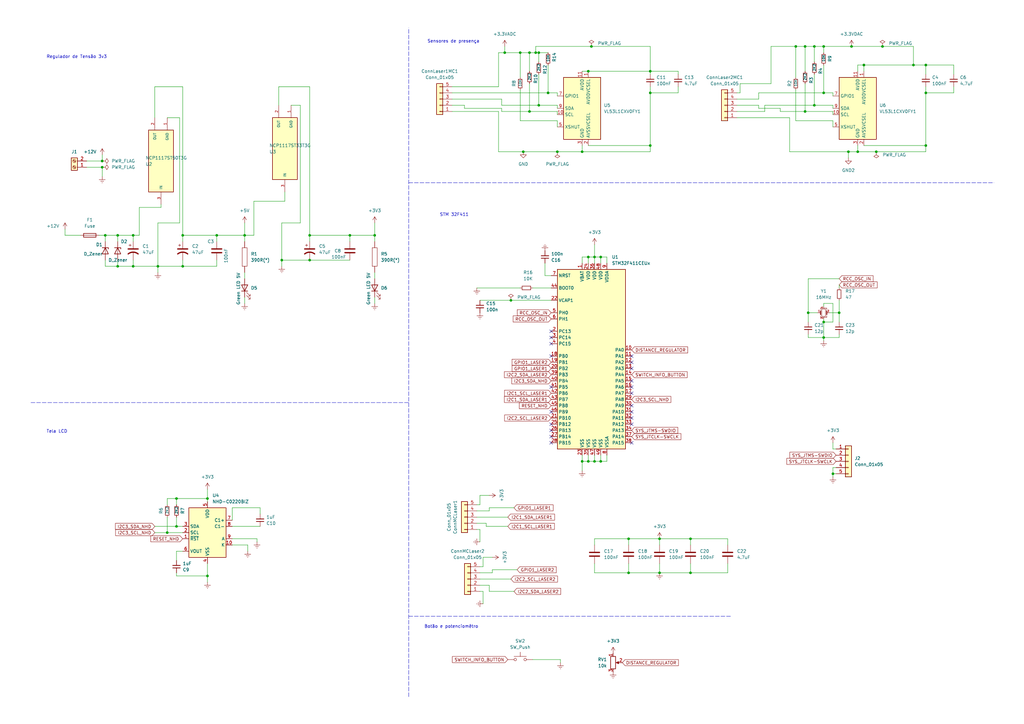
<source format=kicad_sch>
(kicad_sch (version 20211123) (generator eeschema)
  (paper "A3")
  (title_block (title "SRR Sistema de Radar Regulável") (comment 3 "Marcus Vinicius Oliveira Nunes") (comment 4 "Mateus Flausino de Araujo") (comment 5 "Alunos"))
  (junction (at 241.3 189.23))
  (junction (at 242.57 19.05))
  (junction (at 349.25 19.05))
  (junction (at 354.33 26.67))
  (junction (at 351.79 62.23))
  (junction (at 209.55 123.19))
  (junction (at 220.98 43.18))
  (junction (at 359.41 62.23))
  (junction (at 127 96.52))
  (junction (at 213.36 21.59))
  (junction (at 238.76 189.23))
  (junction (at 54.61 96.52))
  (junction (at 85.09 236.22))
  (junction (at 341.63 194.31))
  (junction (at 283.21 220.98))
  (junction (at 266.7 38.1))
  (junction (at 88.9 96.52))
  (junction (at 379.73 26.67))
  (junction (at 41.91 68.58))
  (junction (at 344.17 128.27))
  (junction (at 379.73 38.1))
  (junction (at 54.61 109.22))
  (junction (at 347.98 62.23))
  (junction (at 337.82 138.43))
  (junction (at 74.93 109.22))
  (junction (at 224.79 38.1))
  (junction (at 243.84 105.41))
  (junction (at 143.51 96.52))
  (junction (at 243.84 189.23))
  (junction (at 214.63 62.23))
  (junction (at 246.38 105.41))
  (junction (at 266.7 59.69))
  (junction (at 330.2 45.72))
  (junction (at 72.39 204.47))
  (junction (at 334.01 43.18))
  (junction (at 207.01 21.59))
  (junction (at 217.17 21.59))
  (junction (at 337.82 132.08))
  (junction (at 283.21 234.95))
  (junction (at 241.3 105.41))
  (junction (at 337.82 19.05))
  (junction (at 326.39 19.05))
  (junction (at 379.73 59.69))
  (junction (at 72.39 215.9))
  (junction (at 246.38 189.23))
  (junction (at 257.81 234.95))
  (junction (at 334.01 19.05))
  (junction (at 228.6 62.23))
  (junction (at 238.76 62.23))
  (junction (at 337.82 38.1))
  (junction (at 266.7 29.21))
  (junction (at 153.67 96.52))
  (junction (at 374.65 26.67))
  (junction (at 68.58 218.44))
  (junction (at 270.51 220.98))
  (junction (at 43.18 96.52))
  (junction (at 64.77 109.22))
  (junction (at 361.95 19.05))
  (junction (at 331.47 128.27))
  (junction (at 41.91 66.04))
  (junction (at 257.81 220.98))
  (junction (at 48.26 109.22))
  (junction (at 270.51 234.95))
  (junction (at 115.57 106.68))
  (junction (at 74.93 96.52))
  (junction (at 219.71 21.59))
  (junction (at 220.98 21.59))
  (junction (at 241.3 29.21))
  (junction (at 48.26 96.52))
  (junction (at 127 106.68))
  (junction (at 85.09 204.47))
  (junction (at 330.2 19.05))
  (junction (at 100.33 96.52))
  (junction (at 217.17 45.72))
  (no_connect (at 226.06 168.91))
  (no_connect (at 226.06 135.89))
  (no_connect (at 226.06 138.43))
  (no_connect (at 226.06 140.97))
  (no_connect (at 259.08 156.21))
  (no_connect (at 259.08 158.75))
  (no_connect (at 259.08 161.29))
  (no_connect (at 259.08 181.61))
  (no_connect (at 259.08 173.99))
  (no_connect (at 226.06 181.61))
  (no_connect (at 226.06 176.53))
  (no_connect (at 226.06 173.99))
  (no_connect (at 226.06 179.07))
  (no_connect (at 259.08 168.91))
  (no_connect (at 259.08 166.37))
  (no_connect (at 259.08 171.45))
  (no_connect (at 259.08 146.05))
  (no_connect (at 226.06 146.05))
  (no_connect (at 259.08 151.13))
  (no_connect (at 259.08 148.59))
  (no_connect (at 226.06 158.75))
  (wire (pts (xy 57.15 85.09) (xy 57.15 96.52)))
  (wire (pts (xy 334.01 43.18) (xy 313.69 43.18)))
  (wire (pts (xy 143.51 99.06) (xy 143.51 96.52)))
  (wire (pts (xy 57.15 96.52) (xy 54.61 96.52)))
  (wire (pts (xy 228.6 38.1) (xy 224.79 38.1)))
  (wire (pts (xy 361.95 19.05) (xy 374.65 19.05)))
  (wire (pts (xy 119.38 43.18) (xy 123.19 43.18)))
  (wire (pts (xy 334.01 43.18) (xy 341.63 43.18)))
  (wire (pts (xy 278.13 38.1) (xy 266.7 38.1)))
  (wire (pts (xy 68.58 48.26) (xy 73.66 48.26)))
  (wire (pts (xy 213.36 21.59) (xy 213.36 31.75)))
  (wire (pts (xy 95.25 215.9) (xy 106.68 215.9)))
  (wire (pts (xy 196.85 123.19) (xy 209.55 123.19)))
  (wire (pts (xy 74.93 96.52) (xy 74.93 99.06)))
  (wire (pts (xy 43.18 96.52) (xy 43.18 99.06)))
  (wire (pts (xy 241.3 189.23) (xy 238.76 189.23)))
  (wire (pts (xy 220.98 30.48) (xy 220.98 43.18)))
  (wire (pts (xy 337.82 138.43) (xy 337.82 139.7)))
  (wire (pts (xy 330.2 19.05) (xy 330.2 29.21)))
  (wire (pts (xy 204.47 62.23) (xy 214.63 62.23)))
  (wire (pts (xy 64.77 91.44) (xy 64.77 109.22)))
  (wire (pts (xy 226.06 113.03) (xy 223.52 113.03)))
  (wire (pts (xy 185.42 38.1) (xy 224.79 38.1)))
  (wire (pts (xy 243.84 105.41) (xy 241.3 105.41)))
  (wire (pts (xy 326.39 19.05) (xy 326.39 31.75)))
  (wire (pts (xy 153.67 121.92) (xy 153.67 124.46)))
  (wire (pts (xy 123.19 43.18) (xy 123.19 91.44)))
  (wire (pts (xy 104.14 82.55) (xy 116.84 82.55)))
  (wire (pts (xy 200.66 242.57) (xy 210.82 242.57)))
  (wire (pts (xy 347.98 62.23) (xy 351.79 62.23)))
  (wire (pts (xy 334.01 19.05) (xy 337.82 19.05)))
  (wire (pts (xy 201.93 234.95) (xy 196.85 234.95)))
  (wire (pts (xy 337.82 130.81) (xy 337.82 132.08)))
  (wire (pts (xy 41.91 66.04) (xy 35.56 66.04)))
  (wire (pts (xy 198.12 242.57) (xy 196.85 242.57)))
  (wire (pts (xy 223.52 113.03) (xy 223.52 107.95)))
  (wire (pts (xy 153.67 96.52) (xy 143.51 96.52)))
  (wire (pts (xy 311.15 40.64) (xy 311.15 38.1)))
  (wire (pts (xy 283.21 220.98) (xy 283.21 223.52)))
  (wire (pts (xy 316.23 34.29) (xy 316.23 19.05)))
  (wire (pts (xy 313.69 45.72) (xy 302.26 45.72)))
  (wire (pts (xy 100.33 96.52) (xy 88.9 96.52)))
  (wire (pts (xy 379.73 26.67) (xy 391.16 26.67)))
  (wire (pts (xy 127 106.68) (xy 143.51 106.68)))
  (wire (pts (xy 54.61 109.22) (xy 64.77 109.22)))
  (wire (pts (xy 105.41 220.98) (xy 105.41 222.25)))
  (wire (pts (xy 283.21 220.98) (xy 298.45 220.98)))
  (wire (pts (xy 116.84 82.55) (xy 116.84 78.74)))
  (wire (pts (xy 341.63 132.08) (xy 337.82 132.08)))
  (wire (pts (xy 340.36 128.27) (xy 344.17 128.27)))
  (wire (pts (xy 331.47 137.16) (xy 331.47 138.43)))
  (wire (pts (xy 143.51 96.52) (xy 127 96.52)))
  (wire (pts (xy 303.53 38.1) (xy 302.26 38.1)))
  (wire (pts (xy 323.85 62.23) (xy 347.98 62.23)))
  (wire (pts (xy 266.7 59.69) (xy 266.7 38.1)))
  (wire (pts (xy 337.82 125.73) (xy 337.82 124.46)))
  (wire (pts (xy 190.5 44.45) (xy 190.5 43.18)))
  (wire (pts (xy 43.18 109.22) (xy 48.26 109.22)))
  (wire (pts (xy 248.92 105.41) (xy 246.38 105.41)))
  (wire (pts (xy 153.67 99.06) (xy 153.67 96.52)))
  (wire (pts (xy 331.47 138.43) (xy 337.82 138.43)))
  (wire (pts (xy 354.33 26.67) (xy 354.33 29.21)))
  (wire (pts (xy 48.26 96.52) (xy 43.18 96.52)))
  (wire (pts (xy 100.33 91.44) (xy 100.33 96.52)))
  (wire (pts (xy 74.93 109.22) (xy 64.77 109.22)))
  (wire (pts (xy 379.73 38.1) (xy 379.73 35.56)))
  (wire (pts (xy 35.56 68.58) (xy 41.91 68.58)))
  (wire (pts (xy 204.47 45.72) (xy 204.47 62.23)))
  (wire (pts (xy 391.16 38.1) (xy 379.73 38.1)))
  (wire (pts (xy 205.74 43.18) (xy 205.74 40.64)))
  (wire (pts (xy 218.44 270.51) (xy 229.87 270.51)))
  (wire (pts (xy 303.53 34.29) (xy 303.53 38.1)))
  (wire (pts (xy 320.04 44.45) (xy 320.04 45.72)))
  (wire (pts (xy 204.47 21.59) (xy 204.47 35.56)))
  (wire (pts (xy 123.19 91.44) (xy 115.57 91.44)))
  (wire (pts (xy 88.9 109.22) (xy 74.93 109.22)))
  (wire (pts (xy 200.66 240.03) (xy 196.85 240.03)))
  (wire (pts (xy 266.7 29.21) (xy 266.7 30.48)))
  (wire (pts (xy 228.6 62.23) (xy 238.76 62.23)))
  (wire (pts (xy 115.57 106.68) (xy 127 106.68)))
  (wire (pts (xy 351.79 26.67) (xy 351.79 29.21)))
  (wire (pts (xy 342.9 191.77) (xy 341.63 191.77)))
  (wire (pts (xy 41.91 66.04) (xy 41.91 63.5)))
  (wire (pts (xy 213.36 21.59) (xy 217.17 21.59)))
  (wire (pts (xy 330.2 19.05) (xy 334.01 19.05)))
  (wire (pts (xy 337.82 19.05) (xy 349.25 19.05)))
  (wire (pts (xy 68.58 207.01) (xy 68.58 204.47)))
  (wire (pts (xy 341.63 38.1) (xy 337.82 38.1)))
  (wire (pts (xy 54.61 96.52) (xy 54.61 99.06)))
  (wire (pts (xy 341.63 184.15) (xy 342.9 184.15)))
  (wire (pts (xy 374.65 19.05) (xy 374.65 26.67)))
  (wire (pts (xy 241.3 107.95) (xy 241.3 105.41)))
  (wire (pts (xy 303.53 34.29) (xy 316.23 34.29)))
  (wire (pts (xy 73.66 48.26) (xy 73.66 91.44)))
  (wire (pts (xy 201.93 228.6) (xy 198.12 228.6)))
  (wire (pts (xy 100.33 111.76) (xy 100.33 114.3)))
  (wire (pts (xy 337.82 26.67) (xy 337.82 38.1)))
  (wire (pts (xy 302.26 40.64) (xy 311.15 40.64)))
  (wire (pts (xy 243.84 100.33) (xy 243.84 105.41)))
  (wire (pts (xy 201.93 233.68) (xy 201.93 234.95)))
  (wire (pts (xy 26.67 93.98) (xy 26.67 96.52)))
  (wire (pts (xy 196.85 237.49) (xy 209.55 237.49)))
  (polyline (pts (xy 12.7 165.1) (xy 167.64 165.1)))
  (wire (pts (xy 341.63 52.07) (xy 341.63 49.53)))
  (wire (pts (xy 219.71 19.05) (xy 219.71 21.59)))
  (wire (pts (xy 334.01 19.05) (xy 334.01 25.4)))
  (wire (pts (xy 213.36 36.83) (xy 213.36 49.53)))
  (wire (pts (xy 224.79 26.67) (xy 224.79 38.1)))
  (wire (pts (xy 72.39 204.47) (xy 85.09 204.47)))
  (wire (pts (xy 311.15 44.45) (xy 320.04 44.45)))
  (wire (pts (xy 238.76 62.23) (xy 266.7 62.23)))
  (wire (pts (xy 320.04 45.72) (xy 330.2 45.72)))
  (wire (pts (xy 238.76 107.95) (xy 238.76 105.41)))
  (wire (pts (xy 246.38 107.95) (xy 246.38 105.41)))
  (wire (pts (xy 351.79 62.23) (xy 359.41 62.23)))
  (wire (pts (xy 246.38 189.23) (xy 243.84 189.23)))
  (wire (pts (xy 330.2 34.29) (xy 330.2 45.72)))
  (wire (pts (xy 72.39 207.01) (xy 72.39 204.47)))
  (wire (pts (xy 313.69 43.18) (xy 313.69 45.72)))
  (wire (pts (xy 54.61 106.68) (xy 54.61 109.22)))
  (wire (pts (xy 341.63 124.46) (xy 341.63 132.08)))
  (wire (pts (xy 341.63 49.53) (xy 326.39 49.53)))
  (wire (pts (xy 74.93 218.44) (xy 68.58 218.44)))
  (wire (pts (xy 238.76 189.23) (xy 238.76 186.69)))
  (wire (pts (xy 241.3 29.21) (xy 266.7 29.21)))
  (wire (pts (xy 344.17 123.19) (xy 344.17 128.27)))
  (wire (pts (xy 100.33 121.92) (xy 100.33 124.46)))
  (wire (pts (xy 200.66 203.2) (xy 196.85 203.2)))
  (wire (pts (xy 243.84 186.69) (xy 243.84 189.23)))
  (wire (pts (xy 347.98 64.77) (xy 347.98 62.23)))
  (wire (pts (xy 72.39 236.22) (xy 85.09 236.22)))
  (wire (pts (xy 85.09 231.14) (xy 85.09 236.22)))
  (wire (pts (xy 391.16 26.67) (xy 391.16 30.48)))
  (wire (pts (xy 196.85 207.01) (xy 195.58 207.01)))
  (wire (pts (xy 190.5 43.18) (xy 185.42 43.18)))
  (wire (pts (xy 266.7 62.23) (xy 266.7 59.69)))
  (wire (pts (xy 229.87 270.51) (xy 229.87 271.78)))
  (wire (pts (xy 95.25 220.98) (xy 105.41 220.98)))
  (wire (pts (xy 243.84 220.98) (xy 257.81 220.98)))
  (wire (pts (xy 243.84 223.52) (xy 243.84 220.98)))
  (wire (pts (xy 311.15 43.18) (xy 311.15 44.45)))
  (wire (pts (xy 217.17 45.72) (xy 228.6 45.72)))
  (wire (pts (xy 213.36 21.59) (xy 207.01 21.59)))
  (wire (pts (xy 100.33 96.52) (xy 104.14 96.52)))
  (wire (pts (xy 114.3 35.56) (xy 114.3 43.18)))
  (wire (pts (xy 217.17 21.59) (xy 219.71 21.59)))
  (wire (pts (xy 74.93 106.68) (xy 74.93 109.22)))
  (wire (pts (xy 127 96.52) (xy 127 99.06)))
  (wire (pts (xy 198.12 228.6) (xy 198.12 232.41)))
  (polyline (pts (xy 167.64 74.93) (xy 407.67 74.93)))
  (wire (pts (xy 63.5 48.26) (xy 63.5 35.56)))
  (wire (pts (xy 115.57 91.44) (xy 115.57 106.68)))
  (wire (pts (xy 228.6 49.53) (xy 213.36 49.53)))
  (wire (pts (xy 270.51 234.95) (xy 283.21 234.95)))
  (wire (pts (xy 198.12 232.41) (xy 196.85 232.41)))
  (wire (pts (xy 278.13 35.56) (xy 278.13 38.1)))
  (wire (pts (xy 330.2 45.72) (xy 341.63 45.72)))
  (wire (pts (xy 205.74 40.64) (xy 185.42 40.64)))
  (wire (pts (xy 106.68 208.28) (xy 106.68 210.82)))
  (wire (pts (xy 85.09 204.47) (xy 85.09 205.74)))
  (wire (pts (xy 104.14 82.55) (xy 104.14 96.52)))
  (wire (pts (xy 311.15 38.1) (xy 337.82 38.1)))
  (wire (pts (xy 220.98 21.59) (xy 224.79 21.59)))
  (wire (pts (xy 101.6 226.06) (xy 101.6 223.52)))
  (wire (pts (xy 341.63 46.99) (xy 341.63 45.72)))
  (wire (pts (xy 200.66 240.03) (xy 200.66 242.57)))
  (wire (pts (xy 335.28 128.27) (xy 331.47 128.27)))
  (wire (pts (xy 354.33 26.67) (xy 374.65 26.67)))
  (wire (pts (xy 208.28 212.09) (xy 195.58 212.09)))
  (wire (pts (xy 341.63 191.77) (xy 341.63 194.31)))
  (wire (pts (xy 219.71 21.59) (xy 220.98 21.59)))
  (wire (pts (xy 283.21 234.95) (xy 298.45 234.95)))
  (wire (pts (xy 379.73 59.69) (xy 379.73 38.1)))
  (wire (pts (xy 241.3 105.41) (xy 238.76 105.41)))
  (wire (pts (xy 337.82 19.05) (xy 337.82 21.59)))
  (wire (pts (xy 200.66 208.28) (xy 200.66 209.55)))
  (wire (pts (xy 359.41 62.23) (xy 379.73 62.23)))
  (wire (pts (xy 316.23 19.05) (xy 326.39 19.05)))
  (wire (pts (xy 205.74 45.72) (xy 217.17 45.72)))
  (wire (pts (xy 205.74 45.72) (xy 205.74 44.45)))
  (wire (pts (xy 266.7 29.21) (xy 278.13 29.21)))
  (wire (pts (xy 238.76 59.69) (xy 238.76 62.23)))
  (wire (pts (xy 331.47 128.27) (xy 331.47 132.08)))
  (wire (pts (xy 48.26 109.22) (xy 54.61 109.22)))
  (wire (pts (xy 73.66 91.44) (xy 64.77 91.44)))
  (wire (pts (xy 248.92 189.23) (xy 246.38 189.23)))
  (wire (pts (xy 238.76 29.21) (xy 241.3 29.21)))
  (wire (pts (xy 228.6 52.07) (xy 228.6 49.53)))
  (wire (pts (xy 334.01 30.48) (xy 334.01 43.18)))
  (wire (pts (xy 238.76 193.04) (xy 238.76 189.23)))
  (wire (pts (xy 127 35.56) (xy 127 96.52)))
  (wire (pts (xy 243.84 231.14) (xy 243.84 234.95)))
  (wire (pts (xy 195.58 118.11) (xy 213.36 118.11)))
  (wire (pts (xy 302.26 43.18) (xy 311.15 43.18)))
  (wire (pts (xy 302.26 48.26) (xy 323.85 48.26)))
  (wire (pts (xy 74.93 35.56) (xy 74.93 96.52)))
  (wire (pts (xy 270.51 223.52) (xy 270.51 220.98)))
  (wire (pts (xy 248.92 186.69) (xy 248.92 189.23)))
  (wire (pts (xy 379.73 26.67) (xy 379.73 30.48)))
  (wire (pts (xy 64.77 109.22) (xy 64.77 111.76)))
  (wire (pts (xy 351.79 26.67) (xy 354.33 26.67)))
  (wire (pts (xy 217.17 34.29) (xy 217.17 45.72)))
  (wire (pts (xy 220.98 43.18) (xy 205.74 43.18)))
  (wire (pts (xy 219.71 19.05) (xy 242.57 19.05)))
  (wire (pts (xy 66.04 85.09) (xy 66.04 83.82)))
  (wire (pts (xy 323.85 48.26) (xy 323.85 62.23)))
  (wire (pts (xy 351.79 59.69) (xy 351.79 62.23)))
  (wire (pts (xy 72.39 215.9) (xy 72.39 212.09)))
  (wire (pts (xy 266.7 38.1) (xy 266.7 35.56)))
  (wire (pts (xy 200.66 209.55) (xy 195.58 209.55)))
  (wire (pts (xy 72.39 236.22) (xy 72.39 234.95)))
  (wire (pts (xy 74.93 215.9) (xy 72.39 215.9)))
  (polyline (pts (xy 167.64 252.73) (xy 299.72 252.73)))
  (wire (pts (xy 257.81 223.52) (xy 257.81 220.98)))
  (wire (pts (xy 220.98 21.59) (xy 220.98 25.4)))
  (wire (pts (xy 326.39 36.83) (xy 326.39 49.53)))
  (wire (pts (xy 114.3 35.56) (xy 127 35.56)))
  (wire (pts (xy 344.17 116.84) (xy 344.17 118.11)))
  (wire (pts (xy 341.63 194.31) (xy 341.63 195.58)))
  (wire (pts (xy 115.57 106.68) (xy 115.57 109.22)))
  (wire (pts (xy 217.17 21.59) (xy 217.17 29.21)))
  (wire (pts (xy 337.82 132.08) (xy 337.82 138.43)))
  (wire (pts (xy 228.6 46.99) (xy 228.6 45.72)))
  (wire (pts (xy 257.81 220.98) (xy 270.51 220.98)))
  (wire (pts (xy 201.93 233.68) (xy 212.09 233.68)))
  (wire (pts (xy 354.33 59.69) (xy 379.73 59.69)))
  (wire (pts (xy 214.63 62.23) (xy 228.6 62.23)))
  (wire (pts (xy 326.39 19.05) (xy 330.2 19.05)))
  (wire (pts (xy 242.57 19.05) (xy 266.7 19.05)))
  (wire (pts (xy 341.63 39.37) (xy 341.63 38.1)))
  (wire (pts (xy 57.15 85.09) (xy 66.04 85.09)))
  (wire (pts (xy 278.13 29.21) (xy 278.13 30.48)))
  (wire (pts (xy 88.9 96.52) (xy 74.93 96.52)))
  (wire (pts (xy 243.84 105.41) (xy 246.38 105.41)))
  (wire (pts (xy 243.84 189.23) (xy 241.3 189.23)))
  (wire (pts (xy 48.26 96.52) (xy 48.26 99.06)))
  (wire (pts (xy 199.39 215.9) (xy 199.39 214.63)))
  (wire (pts (xy 207.01 19.05) (xy 207.01 21.59)))
  (wire (pts (xy 63.5 35.56) (xy 74.93 35.56)))
  (wire (pts (xy 218.44 118.11) (xy 226.06 118.11)))
  (wire (pts (xy 283.21 231.14) (xy 283.21 234.95)))
  (wire (pts (xy 344.17 138.43) (xy 344.17 137.16)))
  (wire (pts (xy 337.82 138.43) (xy 344.17 138.43)))
  (polyline (pts (xy 167.64 285.75) (xy 167.64 11.43)))
  (wire (pts (xy 196.85 217.17) (xy 195.58 217.17)))
  (wire (pts (xy 344.17 128.27) (xy 344.17 132.08)))
  (wire (pts (xy 208.28 215.9) (xy 199.39 215.9)))
  (wire (pts (xy 101.6 223.52) (xy 95.25 223.52)))
  (wire (pts (xy 153.67 111.76) (xy 153.67 114.3)))
  (wire (pts (xy 391.16 35.56) (xy 391.16 38.1)))
  (wire (pts (xy 257.81 231.14) (xy 257.81 234.95)))
  (wire (pts (xy 243.84 107.95) (xy 243.84 105.41)))
  (wire (pts (xy 198.12 247.65) (xy 198.12 242.57)))
  (wire (pts (xy 199.39 214.63) (xy 195.58 214.63)))
  (wire (pts (xy 85.09 200.66) (xy 85.09 204.47)))
  (wire (pts (xy 342.9 194.31) (xy 341.63 194.31)))
  (wire (pts (xy 257.81 234.95) (xy 270.51 234.95)))
  (wire (pts (xy 196.85 222.25) (xy 196.85 217.17)))
  (wire (pts (xy 341.63 181.61) (xy 341.63 184.15)))
  (wire (pts (xy 185.42 45.72) (xy 204.47 45.72)))
  (wire (pts (xy 266.7 19.05) (xy 266.7 29.21)))
  (wire (pts (xy 220.98 43.18) (xy 228.6 43.18)))
  (wire (pts (xy 153.67 91.44) (xy 153.67 96.52)))
  (wire (pts (xy 88.9 99.06) (xy 88.9 96.52)))
  (wire (pts (xy 85.09 236.22) (xy 85.09 238.76)))
  (wire (pts (xy 88.9 106.68) (xy 88.9 109.22)))
  (wire (pts (xy 204.47 35.56) (xy 185.42 35.56)))
  (wire (pts (xy 337.82 124.46) (xy 341.63 124.46)))
  (wire (pts (xy 68.58 218.44) (xy 68.58 212.09)))
  (wire (pts (xy 228.6 39.37) (xy 228.6 38.1)))
  (wire (pts (xy 241.3 186.69) (xy 241.3 189.23)))
  (wire (pts (xy 68.58 204.47) (xy 72.39 204.47)))
  (wire (pts (xy 95.25 208.28) (xy 95.25 213.36)))
  (wire (pts (xy 54.61 96.52) (xy 48.26 96.52)))
  (wire (pts (xy 63.5 215.9) (xy 72.39 215.9)))
  (wire (pts (xy 196.85 203.2) (xy 196.85 207.01)))
  (wire (pts (xy 246.38 186.69) (xy 246.38 189.23)))
  (wire (pts (xy 200.66 208.28) (xy 210.82 208.28)))
  (wire (pts (xy 43.18 96.52) (xy 40.64 96.52)))
  (wire (pts (xy 243.84 234.95) (xy 257.81 234.95)))
  (wire (pts (xy 43.18 106.68) (xy 43.18 109.22)))
  (wire (pts (xy 241.3 59.69) (xy 266.7 59.69)))
  (wire (pts (xy 209.55 123.19) (xy 226.06 123.19)))
  (wire (pts (xy 270.51 220.98) (xy 283.21 220.98)))
  (wire (pts (xy 26.67 96.52) (xy 33.02 96.52)))
  (wire (pts (xy 100.33 99.06) (xy 100.33 96.52)))
  (wire (pts (xy 298.45 231.14) (xy 298.45 234.95)))
  (wire (pts (xy 63.5 218.44) (xy 68.58 218.44)))
  (wire (pts (xy 207.01 21.59) (xy 204.47 21.59)))
  (wire (pts (xy 205.74 44.45) (xy 190.5 44.45)))
  (wire (pts (xy 228.6 44.45) (xy 228.6 43.18)))
  (wire (pts (xy 298.45 220.98) (xy 298.45 223.52)))
  (wire (pts (xy 331.47 114.3) (xy 331.47 128.27)))
  (wire (pts (xy 344.17 114.3) (xy 331.47 114.3)))
  (wire (pts (xy 72.39 226.06) (xy 72.39 229.87)))
  (wire (pts (xy 41.91 68.58) (xy 41.91 72.39)))
  (wire (pts (xy 248.92 107.95) (xy 248.92 105.41)))
  (wire (pts (xy 48.26 106.68) (xy 48.26 109.22)))
  (wire (pts (xy 270.51 231.14) (xy 270.51 234.95)))
  (wire (pts (xy 349.25 19.05) (xy 361.95 19.05)))
  (wire (pts (xy 374.65 26.67) (xy 379.73 26.67)))
  (wire (pts (xy 74.93 226.06) (xy 72.39 226.06)))
  (wire (pts (xy 341.63 44.45) (xy 341.63 43.18)))
  (wire (pts (xy 379.73 62.23) (xy 379.73 59.69)))
  (wire (pts (xy 106.68 208.28) (xy 95.25 208.28)))
  (text "Tela LCD" (at 19.05 177.8 0) (effects (font (size 1.27 1.27)) (justify left bottom)))
  (text "Botão e potenciomêtro" (at 173.99 257.81 0) (effects (font (size 1.27 1.27)) (justify left bottom)))
  (text "Sensores de presença\n" (at 175.26 17.78 0) (effects (font (size 1.27 1.27)) (justify left bottom)))
  (text "STM 32F411\n" (at 180.34 88.9 0) (effects (font (size 1.27 1.27)) (justify left bottom)))
  (text "Regulador de Tensão 3v3" (at 19.05 24.13 0) (effects (font (size 1.27 1.27)) (justify left bottom)))
  (global_label "DISTANCE_REGULATOR" (shape input) (at 259.08 143.51 0) (property "Intersheet References" "${INTERSHEET_REFS}" (effects hide)))
  (global_label "RCC_OSC_OUT" (shape input) (at 344.17 116.84 0) (property "Intersheet References" "${INTERSHEET_REFS}" (effects hide)))
  (global_label "DISTANCE_REGULATOR" (shape input) (at 255.27 271.78 0) (property "Intersheet References" "${INTERSHEET_REFS}" (effects hide)))
  (global_label "SYS_JTMS-SWDIO" (shape input) (at 259.08 176.53 0) (property "Intersheet References" "${INTERSHEET_REFS}" (effects hide)))
  (global_label "SWITCH_INFO_BUTTON" (shape input) (at 259.08 153.67 0) (property "Intersheet References" "${INTERSHEET_REFS}" (effects hide)))
  (global_label "SYS_JTCLK-SWCLK" (shape input) (at 342.9 189.23 180) (property "Intersheet References" "${INTERSHEET_REFS}" (effects hide)))
  (global_label "I2C1_SDA_LASER1" (shape input) (at 208.28 212.09 0) (property "Intersheet References" "${INTERSHEET_REFS}" (effects hide)))
  (global_label "GPIO1_LASER2" (shape input) (at 226.06 148.59 180) (property "Intersheet References" "${INTERSHEET_REFS}" (effects hide)))
  (global_label "I2C3_SCL_NHD" (shape input) (at 63.5 218.44 180) (property "Intersheet References" "${INTERSHEET_REFS}" (effects hide)))
  (global_label "SWITCH_INFO_BUTTON" (shape input) (at 208.28 270.51 180) (property "Intersheet References" "${INTERSHEET_REFS}" (effects hide)))
  (global_label "RCC_OSC_IN" (shape input) (at 344.17 114.3 0) (property "Intersheet References" "${INTERSHEET_REFS}" (effects hide)))
  (global_label "GPIO1_LASER1" (shape input) (at 226.06 151.13 180) (property "Intersheet References" "${INTERSHEET_REFS}" (effects hide)))
  (global_label "SYS_JTCLK-SWCLK" (shape input) (at 259.08 179.07 0) (property "Intersheet References" "${INTERSHEET_REFS}" (effects hide)))
  (global_label "I2C3_SDA_NHD" (shape input) (at 226.06 156.21 180) (property "Intersheet References" "${INTERSHEET_REFS}" (effects hide)))
  (global_label "RESET_NHD" (shape input) (at 74.93 220.98 180) (property "Intersheet References" "${INTERSHEET_REFS}" (effects hide)))
  (global_label "I2C2_SCL_LASER2" (shape input) (at 226.06 171.45 180) (property "Intersheet References" "${INTERSHEET_REFS}" (effects hide)))
  (global_label "I2C2_SDA_LASER2" (shape input) (at 210.82 242.57 0) (property "Intersheet References" "${INTERSHEET_REFS}" (effects hide)))
  (global_label "RCC_OSC_OUT" (shape input) (at 226.06 130.81 180) (property "Intersheet References" "${INTERSHEET_REFS}" (effects hide)))
  (global_label "I2C1_SCL_LASER1" (shape input) (at 226.06 161.29 180) (property "Intersheet References" "${INTERSHEET_REFS}" (effects hide)))
  (global_label "I2C2_SCL_LASER2" (shape input) (at 209.55 237.49 0) (property "Intersheet References" "${INTERSHEET_REFS}" (effects hide)))
  (global_label "I2C1_SDA_LASER1" (shape input) (at 226.06 163.83 180) (property "Intersheet References" "${INTERSHEET_REFS}" (effects hide)))
  (global_label "RESET_NHD" (shape input) (at 226.06 166.37 180) (property "Intersheet References" "${INTERSHEET_REFS}" (effects hide)))
  (global_label "SYS_JTMS-SWDIO" (shape input) (at 342.9 186.69 180) (property "Intersheet References" "${INTERSHEET_REFS}" (effects hide)))
  (global_label "GPIO1_LASER2" (shape input) (at 212.09 233.68 0) (property "Intersheet References" "${INTERSHEET_REFS}" (effects hide)))
  (global_label "RCC_OSC_IN" (shape input) (at 226.06 128.27 180) (property "Intersheet References" "${INTERSHEET_REFS}" (effects hide)))
  (global_label "I2C3_SDA_NHD" (shape input) (at 63.5 215.9 180) (property "Intersheet References" "${INTERSHEET_REFS}" (effects hide)))
  (global_label "I2C2_SDA_LASER2" (shape input) (at 226.06 153.67 180) (property "Intersheet References" "${INTERSHEET_REFS}" (effects hide)))
  (global_label "GPIO1_LASER1" (shape input) (at 210.82 208.28 0) (property "Intersheet References" "${INTERSHEET_REFS}" (effects hide)))
  (global_label "I2C1_SCL_LASER1" (shape input) (at 208.28 215.9 0) (property "Intersheet References" "${INTERSHEET_REFS}" (effects hide)))
  (global_label "I2C3_SCL_NHD" (shape input) (at 259.08 163.83 0) (property "Intersheet References" "${INTERSHEET_REFS}" (effects hide)))
  (symbol (lib_id "Device:C") (at 270.51 227.33 0) (unit 1)
    (property "Reference" "C19" (at 274.32 226.0599 0) (effects (justify left)))
    (property "Value" "100nF" (at 274.32 228.5999 0) (effects (justify left)))
    (property "Footprint" "Capacitor_SMD:C_0805_2012Metric" (effects hide))
  )
  (symbol (lib_id "Sensor_Distance:VL53L1CXV0FY1") (at 238.76 44.45 0) (unit 1)
    (property "Reference" "U5" (at 247.65 43.1799 0) (effects (justify left)))
    (property "Value" "VL53L1CXV0FY1" (at 247.65 45.7199 0) (effects (justify left)))
    (property "Footprint" "Sensor_Distance:ST_VL53L1x" (effects hide))
    (property "Datasheet" "https://www.st.com/resource/en/datasheet/vl53l1x.pdf" (effects hide))
  )
  (symbol (lib_id "Device:D_Zener") (at 43.18 102.87 270) (unit 1)
    (property "Reference" "D1" (at 39.37 100.33 90) (effects (justify left)))
    (property "Value" "D_Zener" (at 34.29 104.14 90) (effects (justify left)))
    (property "Footprint" "Diode_SMD:D_0805_2012Metric" (effects hide))
  )
  (symbol (lib_id "power:GND2") (at 347.98 64.77 0) (unit 1)
    (property "Reference" "#PWR05" (effects hide))
    (property "Value" "GND2" (at 347.98 69.85 0))
  )
  (symbol (lib_id "power:+12V") (at 41.91 63.5 0) (unit 1)
    (property "Reference" "#PWR03" (effects hide))
    (property "Value" "+12V" (at 34.29 62.23 0) (effects (justify left)))
  )
  (symbol (lib_id "pspice:R") (at 100.33 105.41 0) (unit 1)
    (property "Reference" "R1" (at 102.87 104.1399 0) (effects (justify left)))
    (property "Value" "390R(*)" (at 102.87 106.6799 0) (effects (justify left)))
    (property "Footprint" "Resistor_SMD:R_0805_2012Metric" (effects hide))
  )
  (symbol (lib_id "Device:C") (at 257.81 227.33 0) (unit 1)
    (property "Reference" "C18" (at 261.62 226.0599 0) (effects (justify left)))
    (property "Value" "100nF" (at 261.62 228.5999 0) (effects (justify left)))
    (property "Footprint" "Capacitor_SMD:C_0805_2012Metric" (effects hide))
  )
  (symbol (lib_id "power:GND") (at 214.63 62.23 0) (unit 1)
    (property "Reference" "#PWR0103" (effects hide))
    (property "Value" "GND" (at 214.63 67.31 0))
  )
  (symbol (lib_id "Device:C_Small") (at 223.52 105.41 0) (mirror x) (unit 1)
    (property "Reference" "C16" (at 226.06 106.6738 0) (effects (justify left)))
    (property "Value" "100n" (at 226.06 104.1338 0) (effects (justify left)))
    (property "Footprint" "Capacitor_SMD:C_0603_1608Metric" (effects hide))
  )
  (symbol (lib_id "power:+3.3V") (at 270.51 220.98 0) (unit 1)
    (property "Reference" "#PWR0116" (effects hide))
    (property "Value" "+3.3V" (at 270.51 215.9 0))
  )
  (symbol (lib_id "power:PWR_FLAG") (at 41.91 66.04 270) (unit 1)
    (property "Reference" "#FLG01" (effects hide))
    (property "Value" "PWR_FLAG" (at 45.72 66.0399 90) (effects (justify left)))
  )
  (symbol (lib_id "Device:R_Small") (at 68.58 209.55 0) (unit 1)
    (property "Reference" "R6" (at 66.04 210.82 90) (effects (justify left)))
    (property "Value" "2K2" (at 68.58 210.82 90) (effects (font (size 1 1)) (justify left)))
    (property "Footprint" "Resistor_SMD:R_0805_2012Metric" (effects hide))
  )
  (symbol (lib_id "power:GNDREF") (at 100.33 124.46 0) (unit 1)
    (property "Reference" "#PWR0109" (effects hide))
    (property "Value" "GNDREF" (effects hide))
  )
  (symbol (lib_id "Device:C_Small") (at 344.17 134.62 0) (unit 1)
    (property "Reference" "C23" (at 346.71 133.3562 0) (effects (justify left)))
    (property "Value" "12p" (at 346.71 135.8962 0) (effects (justify left)))
    (property "Footprint" "Capacitor_SMD:C_0603_1608Metric" (effects hide))
  )
  (symbol (lib_id "Display_Character:NHD-C0220BIZ") (at 85.09 218.44 0) (unit 1)
    (property "Reference" "U4" (at 87.1094 203.2 0) (effects (justify left)))
    (property "Value" "NHD-C0220BIZ" (at 87.1094 205.74 0) (effects (justify left)))
    (property "Footprint" "Display:NHD-C0220BiZ" (effects hide))
    (property "Datasheet" "http://www.newhavendisplay.com/specs/NHD-C0220BiZ-FSW-FBW-3V3M.pdf" (effects hide))
  )
  (symbol (lib_id "power:GNDREF") (at 153.67 124.46 0) (unit 1)
    (property "Reference" "#PWR0107" (effects hide))
    (property "Value" "GNDREF" (effects hide))
  )
  (symbol (lib_id "power:GNDREF") (at 238.76 193.04 0) (unit 1)
    (property "Reference" "#PWR0118" (effects hide))
    (property "Value" "GNDREF" (effects hide))
  )
  (symbol (lib_id "Connector_Generic:Conn_01x05") (at 190.5 212.09 180) (unit 1)
    (property "Reference" "ConnMCLaser1" (at 186.69 212.09 90))
    (property "Value" "Conn_01x05" (at 184.15 212.09 90))
    (property "Footprint" "Connector_PinHeader_2.54mm:PinHeader_1x05_P2.54mm_Vertical" (effects hide))
  )
  (symbol (lib_id "Connector:Screw_Terminal_01x02") (at 30.48 68.58 180) (unit 1)
    (property "Reference" "J1" (at 30.48 62.23 0))
    (property "Value" "Screw_Terminal_01x02" (effects hide))
    (property "Footprint" "TerminalBlock_Phoenix:TerminalBlock_Phoenix_MKDS-1,5-2-5.08_1x02_P5.08mm_Horizontal" (effects hide))
  )
  (symbol (lib_id "power:+3.3V") (at 200.66 203.2 270) (unit 1)
    (property "Reference" "#PWR0111" (effects hide))
    (property "Value" "+3.3V" (at 205.74 203.2 0))
  )
  (symbol (lib_id "Device:C_Small") (at 196.85 125.73 0) (unit 1)
    (property "Reference" "C15" (at 199.39 124.4662 0) (effects (justify left)))
    (property "Value" "100n" (at 199.39 127.0062 0) (effects (justify left)))
    (property "Footprint" "Capacitor_SMD:C_0603_1608Metric" (effects hide))
  )
  (symbol (lib_id "Device:C_Small") (at 106.68 213.36 0) (mirror x) (unit 1)
    (property "Reference" "C10" (at 109.22 214.6238 0) (effects (justify left)))
    (property "Value" "1uF" (at 109.22 212.0838 0) (effects (justify left)))
    (property "Footprint" "Capacitor_SMD:C_0603_1608Metric" (effects hide))
  )
  (symbol (lib_id "Device:R_Small") (at 217.17 31.75 0) (unit 1)
    (property "Reference" "R10" (at 219.71 34.29 90) (effects (justify left)))
    (property "Value" "2K2" (at 217.17 33.02 90) (effects (font (size 1 1)) (justify left)))
    (property "Footprint" "Resistor_SMD:R_0805_2012Metric" (effects hide))
  )
  (symbol (lib_id "power:PWR_FLAG") (at 359.41 62.23 180) (unit 1)
    (property "Reference" "#FLG06" (effects hide))
    (property "Value" "PWR_FLAG" (at 361.95 63.4999 0) (effects (justify right)))
  )
  (symbol (lib_id "power:GNDREF") (at 196.85 128.27 0) (unit 1)
    (property "Reference" "#PWR0115" (effects hide))
    (property "Value" "GNDREF" (effects hide))
  )
  (symbol (lib_id "Device:Fuse") (at 36.83 96.52 90) (unit 1)
    (property "Reference" "F1" (at 36.83 90.17 90))
    (property "Value" "Fuse" (at 36.83 92.71 90))
    (property "Footprint" "Fuse:Fuse_0402_1005Metric" (effects hide))
  )
  (symbol (lib_id "Device:R_Small") (at 213.36 34.29 0) (unit 1)
    (property "Reference" "R8" (at 210.82 35.56 90) (effects (justify left)))
    (property "Value" "10K" (at 213.36 35.56 90) (effects (font (size 1 1)) (justify left)))
    (property "Footprint" "Resistor_SMD:R_0805_2012Metric" (effects hide))
  )
  (symbol (lib_id "Connector_Generic:Conn_01x05") (at 347.98 189.23 0) (unit 1)
    (property "Reference" "J2" (at 350.52 187.9599 0) (effects (justify left)))
    (property "Value" "Conn_01x05" (at 350.52 190.4999 0) (effects (justify left)))
    (property "Footprint" "Connector_PinHeader_2.54mm:PinHeader_1x05_P2.54mm_Vertical" (effects hide))
  )
  (symbol (lib_id "Device:LED") (at 153.67 118.11 90) (unit 1)
    (property "Reference" "D6" (at 156.21 118.11 90) (effects (justify right)))
    (property "Value" "Green LED 5V" (at 151.13 111.76 0) (effects (justify right)))
    (property "Footprint" "LED_THT:LED_D3.0mm" (effects hide))
  )
  (symbol (lib_id "power:+3.3V") (at 201.93 228.6 270) (unit 1)
    (property "Reference" "#PWR011" (effects hide))
    (property "Value" "+3.3V" (at 207.01 228.6 0))
  )
  (symbol (lib_id "power:GNDREF") (at 115.57 109.22 0) (unit 1)
    (property "Reference" "#PWR0110" (effects hide))
    (property "Value" "GNDREF" (effects hide))
  )
  (symbol (lib_id "power:+3.3V") (at 243.84 100.33 0) (unit 1)
    (property "Reference" "#PWR0113" (effects hide))
    (property "Value" "+3.3V" (at 243.84 95.25 0))
  )
  (symbol (lib_id "power:+5V") (at 100.33 91.44 0) (unit 1)
    (property "Reference" "#PWR0108" (effects hide))
    (property "Value" "+5V" (at 100.33 86.36 0))
  )
  (symbol (lib_id "power:+3.3VDAC") (at 349.25 19.05 0) (unit 1)
    (property "Reference" "#PWR06" (effects hide))
    (property "Value" "+3.3VDAC" (at 349.25 13.97 0))
  )
  (symbol (lib_id "Device:D_Zener") (at 48.26 102.87 270) (unit 1)
    (property "Reference" "D2" (at 49.53 99.06 90) (effects (justify left)))
    (property "Value" "D_Zener" (at 44.45 106.68 90) (effects (justify left)))
    (property "Footprint" "Diode_SMD:D_0805_2012Metric" (effects hide))
  )
  (symbol (lib_id "Device:LED") (at 100.33 118.11 90) (unit 1)
    (property "Reference" "D5" (at 102.87 118.11 90) (effects (justify right)))
    (property "Value" "Green LED 5V" (at 97.79 111.76 0) (effects (justify right)))
    (property "Footprint" "LED_THT:LED_D3.0mm" (effects hide))
  )
  (symbol (lib_id "pspice:R") (at 153.67 105.41 0) (unit 1)
    (property "Reference" "R5" (at 156.21 104.1399 0) (effects (justify left)))
    (property "Value" "390R(*)" (at 156.21 106.6799 0) (effects (justify left)))
    (property "Footprint" "Resistor_SMD:R_0805_2012Metric" (effects hide))
  )
  (symbol (lib_id "Device:R_Small") (at 326.39 34.29 0) (unit 1)
    (property "Reference" "R2" (at 323.85 35.56 90) (effects (justify left)))
    (property "Value" "10K" (at 326.39 35.56 90) (effects (font (size 1 1)) (justify left)))
    (property "Footprint" "Resistor_SMD:R_0805_2012Metric" (effects hide))
  )
  (symbol (lib_id "Connector_Generic:Conn_01x05") (at 180.34 40.64 180) (unit 1)
    (property "Reference" "ConnLaser1MC1" (at 180.34 29.21 0))
    (property "Value" "Conn_01x05" (at 180.34 31.75 0))
    (property "Footprint" "Connector_PinHeader_2.54mm:PinHeader_1x05_P2.54mm_Vertical" (effects hide))
  )
  (symbol (lib_id "Device:R_Small") (at 220.98 27.94 0) (unit 1)
    (property "Reference" "R12" (at 223.52 30.48 90) (effects (justify left)))
    (property "Value" "2K2" (at 220.98 29.21 90) (effects (font (size 1 1)) (justify left)))
    (property "Footprint" "Resistor_SMD:R_0805_2012Metric" (effects hide))
  )
  (symbol (lib_id "power:GNDREF") (at 85.09 238.76 0) (unit 1)
    (property "Reference" "#PWR0124" (effects hide))
    (property "Value" "GNDREF" (effects hide))
  )
  (symbol (lib_id "Device:C_Small") (at 278.13 33.02 0) (unit 1)
    (property "Reference" "C13" (at 280.67 31.7562 0) (effects (justify left)))
    (property "Value" "4.7uF" (at 280.67 34.2962 0) (effects (justify left)))
    (property "Footprint" "Capacitor_SMD:C_0603_1608Metric" (effects hide))
  )
  (symbol (lib_id "power:GNDREF") (at 196.85 222.25 270) (unit 1)
    (property "Reference" "#PWR0105" (effects hide))
    (property "Value" "GNDREF" (effects hide))
  )
  (symbol (lib_id "power:PWR_FLAG") (at 228.6 62.23 180) (unit 1)
    (property "Reference" "#FLG03" (effects hide))
    (property "Value" "PWR_FLAG" (at 228.6 67.31 0))
  )
  (symbol (lib_id "power:GNDREF") (at 229.87 271.78 0) (unit 1)
    (property "Reference" "#PWR0117" (effects hide))
    (property "Value" "GNDREF" (effects hide))
  )
  (symbol (lib_id "NCP1117ST33T3G:NCP1117ST33T3G") (at 116.84 60.96 90) (unit 1)
    (property "Reference" "U3" (at 110.49 62.2301 90) (effects (justify right)))
    (property "Value" "NCP1117ST33T3G" (at 110.49 59.6901 90) (effects (justify right)))
    (property "Footprint" "NCP1117ST33T3G:SOT230P700X180-4N" (effects hide))
    (property "MANUFACTURER" "ON Semiconductor" (effects hide))
  )
  (symbol (lib_id "power:+3.3V") (at 341.63 181.61 0) (unit 1)
    (property "Reference" "#PWR0129" (effects hide))
    (property "Value" "+3.3V" (at 341.63 176.53 0))
  )
  (symbol (lib_id "Sensor_Distance:VL53L1CXV0FY1") (at 351.79 44.45 0) (unit 1)
    (property "Reference" "U6" (at 360.68 43.1799 0) (effects (justify left)))
    (property "Value" "VL53L1CXV0FY1" (at 360.68 45.7199 0) (effects (justify left)))
    (property "Footprint" "Sensor_Distance:ST_VL53L1x" (effects hide))
    (property "Datasheet" "https://www.st.com/resource/en/datasheet/vl53l1x.pdf" (effects hide))
  )
  (symbol (lib_id "power:GNDREF") (at 195.58 118.11 0) (unit 1)
    (property "Reference" "#PWR0112" (effects hide))
    (property "Value" "GNDREF" (effects hide))
  )
  (symbol (lib_id "NCP1117ST50T3G:NCP1117ST50T3G") (at 66.04 66.04 90) (unit 1)
    (property "Reference" "U2" (at 59.69 67.3101 90) (effects (justify right)))
    (property "Value" "NCP1117ST50T3G" (at 59.69 64.7701 90) (effects (justify right)))
    (property "Footprint" "NCP1117ST50T3G:SOT230P700X180-4N" (effects hide))
    (property "MANUFACTURER" "ON Semiconductor" (effects hide))
  )
  (symbol (lib_id "power:GNDREF") (at 101.6 226.06 0) (unit 1)
    (property "Reference" "#PWR0125" (effects hide))
    (property "Value" "GNDREF" (effects hide))
  )
  (symbol (lib_id "Device:C") (at 243.84 227.33 0) (unit 1)
    (property "Reference" "C17" (at 247.65 226.0599 0) (effects (justify left)))
    (property "Value" "100nF" (at 247.65 228.5999 0) (effects (justify left)))
    (property "Footprint" "Capacitor_SMD:C_0805_2012Metric" (effects hide))
  )
  (symbol (lib_id "Device:C") (at 143.51 102.87 0) (unit 1)
    (property "Reference" "C8" (at 137.16 102.87 0) (effects (justify left)))
    (property "Value" "100nF" (at 135.89 105.41 0) (effects (justify left)))
    (property "Footprint" "Capacitor_SMD:C_0603_1608Metric" (effects hide))
  )
  (symbol (lib_id "Device:C_Small") (at 391.16 33.02 0) (unit 1)
    (property "Reference" "C6" (at 393.7 31.7562 0) (effects (justify left)))
    (property "Value" "4.7uF" (at 393.7 34.2962 0) (effects (justify left)))
    (property "Footprint" "Capacitor_SMD:C_0603_1608Metric" (effects hide))
  )
  (symbol (lib_id "power:+12V") (at 26.67 93.98 0) (unit 1)
    (property "Reference" "#PWR0102" (effects hide))
    (property "Value" "+12V" (at 19.05 92.71 0) (effects (justify left)))
  )
  (symbol (lib_id "power:PWR_FLAG") (at 242.57 19.05 0) (unit 1)
    (property "Reference" "#FLG05" (effects hide))
    (property "Value" "PWR_FLAG" (at 245.11 17.7799 0) (effects (justify left)))
  )
  (symbol (lib_id "power:GNDREF") (at 270.51 234.95 0) (unit 1)
    (property "Reference" "#PWR0119" (effects hide))
    (property "Value" "GNDREF" (effects hide))
  )
  (symbol (lib_id "power:+3.3V") (at 85.09 200.66 0) (unit 1)
    (property "Reference" "#PWR0131" (effects hide))
    (property "Value" "+3.3V" (at 85.09 195.58 0))
  )
  (symbol (lib_id "Device:C_Small") (at 379.73 33.02 0) (unit 1)
    (property "Reference" "C4" (at 382.27 31.7562 0) (effects (justify left)))
    (property "Value" "100nF" (at 382.27 34.2962 0) (effects (justify left)))
    (property "Footprint" "Capacitor_SMD:C_0603_1608Metric" (effects hide))
  )
  (symbol (lib_id "power:+3.3V") (at 251.46 267.97 0) (unit 1)
    (property "Reference" "#PWR01" (effects hide))
    (property "Value" "+3.3V" (at 251.46 262.89 0))
  )
  (symbol (lib_id "Device:C_Small") (at 331.47 134.62 0) (unit 1)
    (property "Reference" "C21" (at 334.01 133.3562 0) (effects (justify left)))
    (property "Value" "12p" (at 334.01 135.8962 0) (effects (justify left)))
    (property "Footprint" "Capacitor_SMD:C_0603_1608Metric" (effects hide))
  )
  (symbol (lib_id "Device:R_Small") (at 72.39 209.55 0) (unit 1)
    (property "Reference" "R7" (at 74.93 210.82 90) (effects (justify left)))
    (property "Value" "2K2" (at 72.39 210.82 90) (effects (font (size 1 1)) (justify left)))
    (property "Footprint" "Resistor_SMD:R_0805_2012Metric" (effects hide))
  )
  (symbol (lib_id "power:GNDREF") (at 251.46 275.59 0) (unit 1)
    (property "Reference" "#PWR02" (effects hide))
    (property "Value" "GNDREF" (effects hide))
  )
  (symbol (lib_id "Switch:SW_Push") (at 213.36 270.51 0) (unit 1)
    (property "Reference" "SW2" (at 213.36 262.89 0))
    (property "Value" "SW_Push" (at 213.36 265.43 0))
    (property "Footprint" "Button_Switch_THT:SW_PUSH_6mm" (effects hide))
  )
  (symbol (lib_id "Connector_Generic:Conn_01x05") (at 297.18 43.18 180) (unit 1)
    (property "Reference" "ConnLaser2MC1" (at 297.18 31.75 0))
    (property "Value" "Conn_01x05" (at 297.18 34.29 0))
    (property "Footprint" "Connector_PinHeader_2.54mm:PinHeader_1x05_P2.54mm_Vertical" (effects hide))
  )
  (symbol (lib_id "Device:R_Potentiometer") (at 251.46 271.78 0) (unit 1)
    (property "Reference" "RV1" (at 248.92 270.5099 0) (effects (justify right)))
    (property "Value" "10k" (at 248.92 273.0499 0) (effects (justify right)))
    (property "Footprint" "Potentiometer_THT:Potentiometer_Bourns_3339P_Vertical_HandSoldering" (effects hide))
  )
  (symbol (lib_id "Device:C_Polarized_US") (at 74.93 102.87 0) (unit 1)
    (property "Reference" "C2" (at 78.74 100.9649 0) (effects (justify left)))
    (property "Value" "47uF" (at 78.74 103.5049 0) (effects (justify left)))
    (property "Footprint" "Capacitor_SMD:C_0805_2012Metric" (effects hide))
  )
  (symbol (lib_id "power:+3.3V") (at 153.67 91.44 0) (unit 1)
    (property "Reference" "#PWR08" (effects hide))
    (property "Value" "+3.3V" (at 153.67 86.36 0))
  )
  (symbol (lib_id "Device:R_Small") (at 334.01 27.94 0) (unit 1)
    (property "Reference" "R4" (at 336.55 30.48 90) (effects (justify left)))
    (property "Value" "2K2" (at 334.01 29.21 90) (effects (font (size 1 1)) (justify left)))
    (property "Footprint" "Resistor_SMD:R_0805_2012Metric" (effects hide))
  )
  (symbol (lib_id "power:GNDREF") (at 337.82 139.7 0) (unit 1)
    (property "Reference" "#PWR0128" (effects hide))
    (property "Value" "GNDREF" (effects hide))
  )
  (symbol (lib_id "Device:R_Small") (at 215.9 118.11 270) (unit 1)
    (property "Reference" "R16" (at 214.63 111.76 90) (effects (justify left)))
    (property "Value" "10K" (at 214.63 114.3 90) (effects (justify left)))
    (property "Footprint" "Resistor_SMD:R_0805_2012Metric" (effects hide))
  )
  (symbol (lib_id "MCU_ST_STM32F4:STM32F411CEUx") (at 243.84 146.05 0) (unit 1)
    (property "Reference" "U1" (at 250.9394 105.41 0) (effects (justify left)))
    (property "Value" "STM32F411CEUx" (at 250.9394 107.95 0) (effects (justify left)))
    (property "Footprint" "Package_DFN_QFN:QFN-48-1EP_7x7mm_P0.5mm_EP5.6x5.6mm" (effects hide))
    (property "Datasheet" "http://www.st.com/st-web-ui/static/active/en/resource/technical/document/datasheet/DM00115249.pdf" (effects hide))
  )
  (symbol (lib_id "power:GNDREF") (at 64.77 111.76 0) (unit 1)
    (property "Reference" "#PWR0101" (effects hide))
    (property "Value" "GNDREF" (effects hide))
  )
  (symbol (lib_id "Device:R_Small") (at 330.2 31.75 0) (unit 1)
    (property "Reference" "R3" (at 332.74 34.29 90) (effects (justify left)))
    (property "Value" "2K2" (at 330.2 33.02 90) (effects (font (size 1 1)) (justify left)))
    (property "Footprint" "Resistor_SMD:R_0805_2012Metric" (effects hide))
  )
  (symbol (lib_id "Device:C") (at 283.21 227.33 0) (unit 1)
    (property "Reference" "C20" (at 287.02 226.0599 0) (effects (justify left)))
    (property "Value" "100nF" (at 287.02 228.5999 0) (effects (justify left)))
    (property "Footprint" "Capacitor_SMD:C_0805_2012Metric" (effects hide))
  )
  (symbol (lib_id "power:GNDREF") (at 341.63 195.58 0) (unit 1)
    (property "Reference" "#PWR0130" (effects hide))
    (property "Value" "GNDREF" (effects hide))
  )
  (symbol (lib_id "Device:Crystal_GND24_Small") (at 337.82 128.27 0) (unit 1)
    (property "Reference" "Y1" (at 337.82 119.38 0))
    (property "Value" "16MHz" (at 337.82 121.92 0))
    (property "Footprint" "Crystal:Crystal_SMD_SeikoEpson_FA238-4Pin_3.2x2.5mm" (effects hide))
  )
  (symbol (lib_id "Device:C_Small") (at 72.39 232.41 0) (mirror x) (unit 1)
    (property "Reference" "C9" (at 74.93 233.6738 0) (effects (justify left)))
    (property "Value" "1uF" (at 74.93 231.1338 0) (effects (justify left)))
    (property "Footprint" "Capacitor_SMD:C_0603_1608Metric" (effects hide))
  )
  (symbol (lib_id "power:PWR_FLAG") (at 41.91 68.58 270) (unit 1)
    (property "Reference" "#FLG02" (effects hide))
    (property "Value" "PWR_FLAG" (at 45.72 68.5799 90) (effects (justify left)))
  )
  (symbol (lib_id "power:PWR_FLAG") (at 361.95 19.05 0) (unit 1)
    (property "Reference" "#FLG07" (effects hide))
    (property "Value" "PWR_FLAG" (at 364.49 17.7799 0) (effects (justify left)))
  )
  (symbol (lib_id "power:GNDREF") (at 198.12 247.65 270) (unit 1)
    (property "Reference" "#PWR010" (effects hide))
    (property "Value" "GNDREF" (effects hide))
  )
  (symbol (lib_id "Device:R_Small") (at 344.17 120.65 0) (unit 1)
    (property "Reference" "R17" (at 346.71 119.3799 0) (effects (justify left)))
    (property "Value" "47" (at 346.71 121.9199 0) (effects (justify left)))
    (property "Footprint" "Resistor_SMD:R_0603_1608Metric" (effects hide))
  )
  (symbol (lib_id "Connector_Generic:Conn_01x05") (at 191.77 237.49 180) (unit 1)
    (property "Reference" "ConnMCLaser2" (at 191.77 226.06 0))
    (property "Value" "Conn_01x05" (at 191.77 228.6 0))
    (property "Footprint" "Connector_PinHeader_2.54mm:PinHeader_1x05_P2.54mm_Vertical" (effects hide))
  )
  (symbol (lib_id "Device:C_Polarized_US") (at 127 102.87 0) (unit 1)
    (property "Reference" "C5" (at 130.81 100.9649 0) (effects (justify left)))
    (property "Value" "47uF" (at 130.81 103.5049 0) (effects (justify left)))
    (property "Footprint" "Capacitor_SMD:C_0805_2012Metric" (effects hide))
  )
  (symbol (lib_id "Device:C") (at 88.9 102.87 0) (unit 1)
    (property "Reference" "C3" (at 85.09 99.06 0) (effects (justify left)))
    (property "Value" "100nF" (at 92.71 107.95 90) (effects (justify left)))
    (property "Footprint" "Capacitor_SMD:C_0603_1608Metric" (effects hide))
  )
  (symbol (lib_id "power:PWR_FLAG") (at 209.55 123.19 0) (unit 1)
    (property "Reference" "#FLG04" (effects hide))
    (property "Value" "PWR_FLAG" (at 212.09 121.9199 0) (effects (justify left)))
  )
  (symbol (lib_id "Device:R_Small") (at 224.79 24.13 0) (unit 1)
    (property "Reference" "R14" (at 227.33 25.4 90) (effects (justify left)))
    (property "Value" "10K" (at 224.79 25.4 90) (effects (font (size 1 1)) (justify left)))
    (property "Footprint" "Resistor_SMD:R_0805_2012Metric" (effects hide))
  )
  (symbol (lib_id "power:GNDREF") (at 223.52 102.87 180) (unit 1)
    (property "Reference" "#PWR0114" (effects hide))
    (property "Value" "GNDREF" (effects hide))
  )
  (symbol (lib_id "power:GNDREF") (at 105.41 222.25 0) (unit 1)
    (property "Reference" "#PWR0127" (effects hide))
    (property "Value" "GNDREF" (effects hide))
  )
  (symbol (lib_id "power:+3.3VADC") (at 207.01 19.05 0) (unit 1)
    (property "Reference" "#PWR09" (effects hide))
    (property "Value" "+3.3VADC" (at 207.01 13.97 0))
  )
  (symbol (lib_id "Device:C_Small") (at 266.7 33.02 0) (unit 1)
    (property "Reference" "C11" (at 269.24 31.7562 0) (effects (justify left)))
    (property "Value" "100nF" (at 269.24 34.2962 0) (effects (justify left)))
    (property "Footprint" "Capacitor_SMD:C_0603_1608Metric" (effects hide))
  )
  (symbol (lib_id "Device:C") (at 298.45 227.33 0) (unit 1)
    (property "Reference" "C22" (at 302.26 226.0599 0) (effects (justify left)))
    (property "Value" "4.7uF" (at 302.26 228.5999 0) (effects (justify left)))
    (property "Footprint" "Capacitor_SMD:C_0603_1608Metric" (effects hide))
  )
  (symbol (lib_id "Device:R_Small") (at 337.82 24.13 0) (unit 1)
    (property "Reference" "R9" (at 340.36 25.4 90) (effects (justify left)))
    (property "Value" "10K" (at 337.82 25.4 90) (effects (font (size 1 1)) (justify left)))
    (property "Footprint" "Resistor_SMD:R_0805_2012Metric" (effects hide))
  )
  (symbol (lib_id "Device:C_Polarized_US") (at 54.61 102.87 0) (unit 1)
    (property "Reference" "C1" (at 58.42 100.9649 0) (effects (justify left)))
    (property "Value" "47uF" (at 58.42 103.5049 0) (effects (justify left)))
    (property "Footprint" "Capacitor_SMD:C_0805_2012Metric" (effects hide))
  )
  (symbol (lib_id "power:GNDREF") (at 41.91 72.39 0) (unit 1)
    (property "Reference" "#PWR04" (effects hide))
    (property "Value" "GNDREF" (effects hide))
  )
)
</source>
